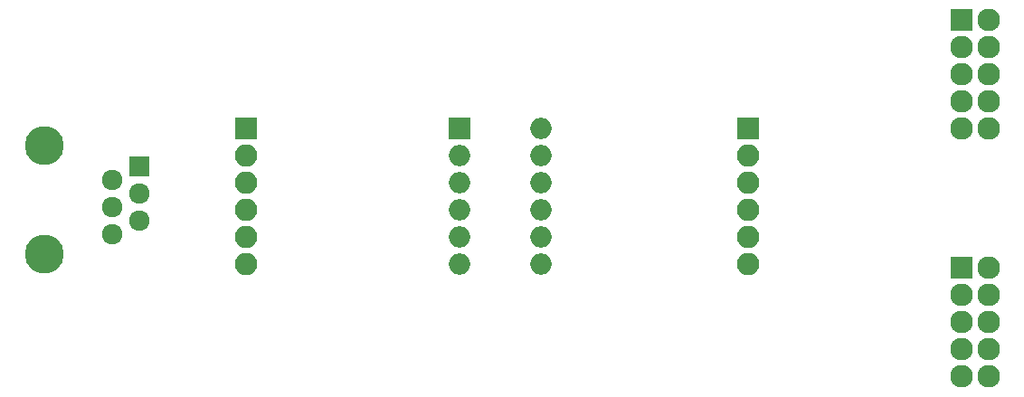
<source format=gts>
G04 #@! TF.GenerationSoftware,KiCad,Pcbnew,(5.1.0-0)*
G04 #@! TF.CreationDate,2020-01-05T14:00:01+00:00*
G04 #@! TF.ProjectId,tag_connect_adaptor,7461675f-636f-46e6-9e65-63745f616461,V1.0*
G04 #@! TF.SameCoordinates,Original*
G04 #@! TF.FileFunction,Soldermask,Top*
G04 #@! TF.FilePolarity,Negative*
%FSLAX46Y46*%
G04 Gerber Fmt 4.6, Leading zero omitted, Abs format (unit mm)*
G04 Created by KiCad (PCBNEW (5.1.0-0)) date 2020-01-05 14:00:01*
%MOMM*%
%LPD*%
G04 APERTURE LIST*
%ADD10O,2.000000X2.000000*%
%ADD11R,2.000000X2.000000*%
%ADD12R,1.920000X1.920000*%
%ADD13C,3.650000*%
%ADD14C,1.920000*%
%ADD15O,2.127200X2.127200*%
%ADD16R,2.127200X2.127200*%
%ADD17O,2.100000X2.100000*%
%ADD18R,2.100000X2.100000*%
G04 APERTURE END LIST*
D10*
X68620000Y-61000000D03*
X61000000Y-73700000D03*
X68620000Y-63540000D03*
X61000000Y-71160000D03*
X68620000Y-66080000D03*
X61000000Y-68620000D03*
X68620000Y-68620000D03*
X61000000Y-66080000D03*
X68620000Y-71160000D03*
X61000000Y-63540000D03*
X68620000Y-73700000D03*
D11*
X61000000Y-61000000D03*
D12*
X31000000Y-64500000D03*
D13*
X22110000Y-62590000D03*
D14*
X28460000Y-65770000D03*
X31000000Y-67040000D03*
X28460000Y-68310000D03*
X31000000Y-69580000D03*
X28460000Y-70850000D03*
D13*
X22110000Y-72750000D03*
D15*
X110540000Y-84160000D03*
X108000000Y-84160000D03*
X110540000Y-81620000D03*
X108000000Y-81620000D03*
X110540000Y-79080000D03*
X108000000Y-79080000D03*
X110540000Y-76540000D03*
X108000000Y-76540000D03*
X110540000Y-74000000D03*
D16*
X108000000Y-74000000D03*
D15*
X110540000Y-61000000D03*
X108000000Y-61000000D03*
X110540000Y-58460000D03*
X108000000Y-58460000D03*
X110540000Y-55920000D03*
X108000000Y-55920000D03*
X110540000Y-53380000D03*
X108000000Y-53380000D03*
X110540000Y-50840000D03*
D16*
X108000000Y-50840000D03*
D17*
X88000000Y-73700000D03*
X88000000Y-71160000D03*
X88000000Y-68620000D03*
X88000000Y-66080000D03*
X88000000Y-63540000D03*
D18*
X88000000Y-61000000D03*
D17*
X41000000Y-73700000D03*
X41000000Y-71160000D03*
X41000000Y-68620000D03*
X41000000Y-66080000D03*
X41000000Y-63540000D03*
D18*
X41000000Y-61000000D03*
M02*

</source>
